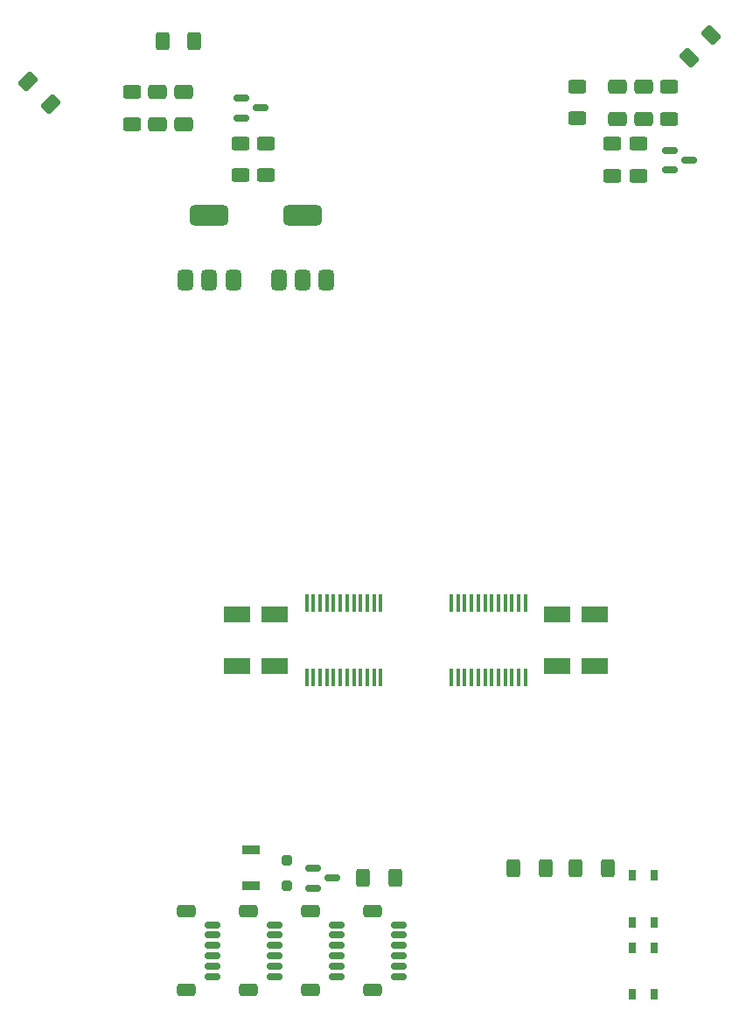
<source format=gtp>
G04 #@! TF.GenerationSoftware,KiCad,Pcbnew,9.0.0*
G04 #@! TF.CreationDate,2025-03-26T13:11:35-04:00*
G04 #@! TF.ProjectId,Gmouse,476d6f75-7365-42e6-9b69-6361645f7063,rev?*
G04 #@! TF.SameCoordinates,Original*
G04 #@! TF.FileFunction,Paste,Top*
G04 #@! TF.FilePolarity,Positive*
%FSLAX46Y46*%
G04 Gerber Fmt 4.6, Leading zero omitted, Abs format (unit mm)*
G04 Created by KiCad (PCBNEW 9.0.0) date 2025-03-26 13:11:35*
%MOMM*%
%LPD*%
G01*
G04 APERTURE LIST*
G04 Aperture macros list*
%AMRoundRect*
0 Rectangle with rounded corners*
0 $1 Rounding radius*
0 $2 $3 $4 $5 $6 $7 $8 $9 X,Y pos of 4 corners*
0 Add a 4 corners polygon primitive as box body*
4,1,4,$2,$3,$4,$5,$6,$7,$8,$9,$2,$3,0*
0 Add four circle primitives for the rounded corners*
1,1,$1+$1,$2,$3*
1,1,$1+$1,$4,$5*
1,1,$1+$1,$6,$7*
1,1,$1+$1,$8,$9*
0 Add four rect primitives between the rounded corners*
20,1,$1+$1,$2,$3,$4,$5,0*
20,1,$1+$1,$4,$5,$6,$7,0*
20,1,$1+$1,$6,$7,$8,$9,0*
20,1,$1+$1,$8,$9,$2,$3,0*%
G04 Aperture macros list end*
%ADD10RoundRect,0.150000X-0.587500X-0.150000X0.587500X-0.150000X0.587500X0.150000X-0.587500X0.150000X0*%
%ADD11RoundRect,0.250000X0.625000X-0.400000X0.625000X0.400000X-0.625000X0.400000X-0.625000X-0.400000X0*%
%ADD12RoundRect,0.250000X-0.400000X-0.625000X0.400000X-0.625000X0.400000X0.625000X-0.400000X0.625000X0*%
%ADD13RoundRect,0.250000X-0.625000X0.400000X-0.625000X-0.400000X0.625000X-0.400000X0.625000X0.400000X0*%
%ADD14RoundRect,0.250000X-1.050000X-0.550000X1.050000X-0.550000X1.050000X0.550000X-1.050000X0.550000X0*%
%ADD15RoundRect,0.250000X-0.650000X0.412500X-0.650000X-0.412500X0.650000X-0.412500X0.650000X0.412500X0*%
%ADD16RoundRect,0.250000X-0.159099X0.724784X-0.724784X0.159099X0.159099X-0.724784X0.724784X-0.159099X0*%
%ADD17RoundRect,0.250000X-0.724784X-0.159099X-0.159099X-0.724784X0.724784X0.159099X0.159099X0.724784X0*%
%ADD18RoundRect,0.150000X0.625000X-0.150000X0.625000X0.150000X-0.625000X0.150000X-0.625000X-0.150000X0*%
%ADD19RoundRect,0.250000X0.650000X-0.350000X0.650000X0.350000X-0.650000X0.350000X-0.650000X-0.350000X0*%
%ADD20RoundRect,0.250000X0.400000X0.625000X-0.400000X0.625000X-0.400000X-0.625000X0.400000X-0.625000X0*%
%ADD21RoundRect,0.250000X0.650000X-0.412500X0.650000X0.412500X-0.650000X0.412500X-0.650000X-0.412500X0*%
%ADD22R,0.450000X1.750000*%
%ADD23R,0.750000X1.000000*%
%ADD24R,1.800000X0.900000*%
%ADD25RoundRect,0.375000X0.375000X-0.625000X0.375000X0.625000X-0.375000X0.625000X-0.375000X-0.625000X0*%
%ADD26RoundRect,0.500000X1.400000X-0.500000X1.400000X0.500000X-1.400000X0.500000X-1.400000X-0.500000X0*%
%ADD27RoundRect,0.250000X-0.250000X0.250000X-0.250000X-0.250000X0.250000X-0.250000X0.250000X0.250000X0*%
G04 APERTURE END LIST*
D10*
X84062500Y-126050000D03*
X84062500Y-127950000D03*
X85937500Y-127000000D03*
D11*
X118500000Y-53550000D03*
X118500000Y-50450000D03*
D12*
X103450000Y-126000000D03*
X106550000Y-126000000D03*
D13*
X115500000Y-55950000D03*
X115500000Y-59050000D03*
D14*
X76700000Y-106500000D03*
X80300000Y-106500000D03*
X76700000Y-101500000D03*
X80300000Y-101500000D03*
X107700000Y-106500000D03*
X111300000Y-106500000D03*
D15*
X69000000Y-50937500D03*
X69000000Y-54062500D03*
D16*
X122596016Y-45403984D03*
X120403984Y-47596016D03*
D17*
X56403984Y-49903984D03*
X58596016Y-52096016D03*
D18*
X74325000Y-136500000D03*
X74325000Y-135500000D03*
X74325000Y-134500000D03*
X74325000Y-133500000D03*
X74325000Y-132500000D03*
X74325000Y-131500000D03*
D19*
X71800000Y-137800000D03*
X71800000Y-130200000D03*
D20*
X92000000Y-127000000D03*
X88900000Y-127000000D03*
D21*
X113500000Y-53562500D03*
X113500000Y-50437500D03*
X116000000Y-53562500D03*
X116000000Y-50437500D03*
D10*
X77062500Y-51550000D03*
X77062500Y-53450000D03*
X78937500Y-52500000D03*
D11*
X109600000Y-53500000D03*
X109600000Y-50400000D03*
D13*
X66500000Y-50950000D03*
X66500000Y-54050000D03*
D20*
X72550000Y-46000000D03*
X69450000Y-46000000D03*
D10*
X118562500Y-56600000D03*
X118562500Y-58500000D03*
X120437500Y-57550000D03*
D11*
X79500000Y-59000000D03*
X79500000Y-55900000D03*
D22*
X97425000Y-107600000D03*
X98075000Y-107600000D03*
X98725000Y-107600000D03*
X99375000Y-107600000D03*
X100025000Y-107600000D03*
X100675000Y-107600000D03*
X101325000Y-107600000D03*
X101975000Y-107600000D03*
X102625000Y-107600000D03*
X103275000Y-107600000D03*
X103925000Y-107600000D03*
X104575000Y-107600000D03*
X104575000Y-100400000D03*
X103925000Y-100400000D03*
X103275000Y-100400000D03*
X102625000Y-100400000D03*
X101975000Y-100400000D03*
X101325000Y-100400000D03*
X100675000Y-100400000D03*
X100025000Y-100400000D03*
X99375000Y-100400000D03*
X98725000Y-100400000D03*
X98075000Y-100400000D03*
X97425000Y-100400000D03*
D23*
X114925000Y-126750000D03*
X114925000Y-131250000D03*
X117075000Y-126750000D03*
X117075000Y-131250000D03*
D14*
X107700000Y-101500000D03*
X111300000Y-101500000D03*
D18*
X80325000Y-136500000D03*
X80325000Y-135500000D03*
X80325000Y-134500000D03*
X80325000Y-133500000D03*
X80325000Y-132500000D03*
X80325000Y-131500000D03*
D19*
X77800000Y-137800000D03*
X77800000Y-130200000D03*
D23*
X114925000Y-133750000D03*
X114925000Y-138250000D03*
X117075000Y-133750000D03*
X117075000Y-138250000D03*
D24*
X78000000Y-127750000D03*
X78000000Y-124250000D03*
D22*
X83425000Y-107600000D03*
X84075000Y-107600000D03*
X84725000Y-107600000D03*
X85375000Y-107600000D03*
X86025000Y-107600000D03*
X86675000Y-107600000D03*
X87325000Y-107600000D03*
X87975000Y-107600000D03*
X88625000Y-107600000D03*
X89275000Y-107600000D03*
X89925000Y-107600000D03*
X90575000Y-107600000D03*
X90575000Y-100400000D03*
X89925000Y-100400000D03*
X89275000Y-100400000D03*
X88625000Y-100400000D03*
X87975000Y-100400000D03*
X87325000Y-100400000D03*
X86675000Y-100400000D03*
X86025000Y-100400000D03*
X85375000Y-100400000D03*
X84725000Y-100400000D03*
X84075000Y-100400000D03*
X83425000Y-100400000D03*
D18*
X92325000Y-136500000D03*
X92325000Y-135500000D03*
X92325000Y-134500000D03*
X92325000Y-133500000D03*
X92325000Y-132500000D03*
X92325000Y-131500000D03*
D19*
X89800000Y-137800000D03*
X89800000Y-130200000D03*
D13*
X77000000Y-55900000D03*
X77000000Y-59000000D03*
D25*
X71700000Y-69150000D03*
X74000000Y-69150000D03*
D26*
X74000000Y-62850000D03*
D25*
X76300000Y-69150000D03*
D18*
X86325000Y-136500000D03*
X86325000Y-135500000D03*
X86325000Y-134500000D03*
X86325000Y-133500000D03*
X86325000Y-132500000D03*
X86325000Y-131500000D03*
D19*
X83800000Y-137800000D03*
X83800000Y-130200000D03*
D15*
X71500000Y-50937500D03*
X71500000Y-54062500D03*
D27*
X81500000Y-125250000D03*
X81500000Y-127750000D03*
D12*
X109450000Y-126000000D03*
X112550000Y-126000000D03*
D11*
X113000000Y-59050000D03*
X113000000Y-55950000D03*
D25*
X80700000Y-69150000D03*
X83000000Y-69150000D03*
D26*
X83000000Y-62850000D03*
D25*
X85300000Y-69150000D03*
M02*

</source>
